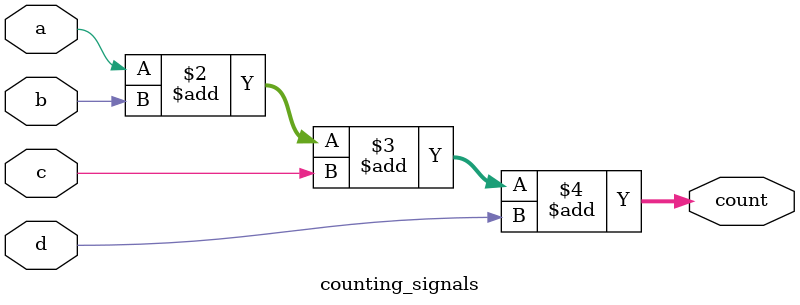
<source format=v>
module counting_signals(
    input wire a,
    input wire b,
    input wire c,
    input wire d,
    output reg [2:0]count 
);

    always @(*) begin
        count = a + b + c + d;
    end


endmodule

</source>
